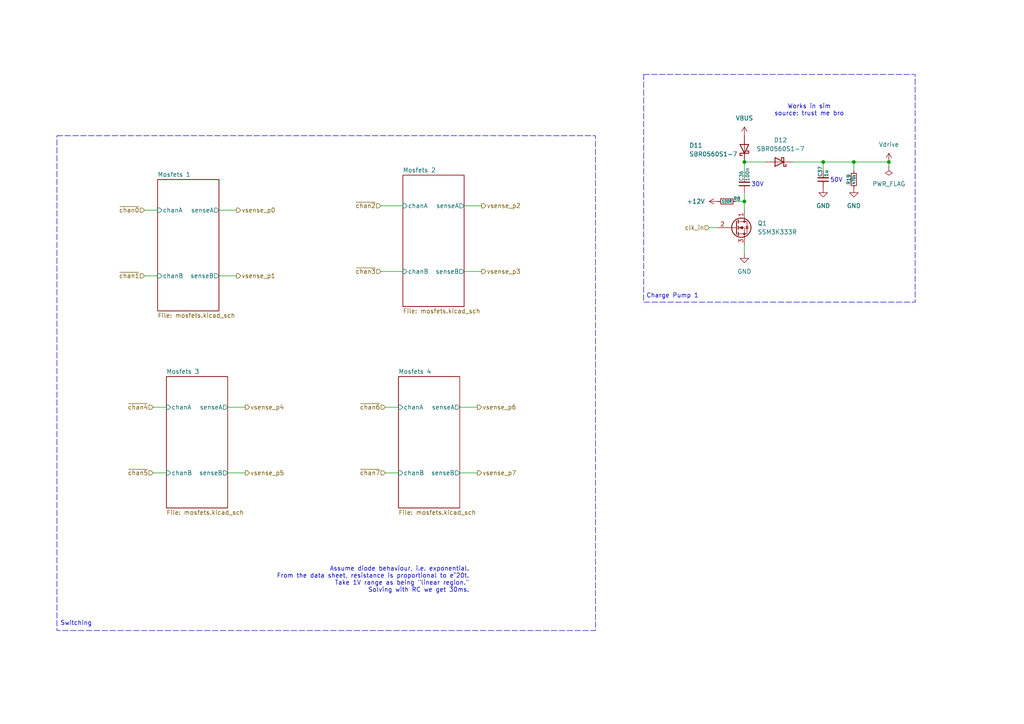
<source format=kicad_sch>
(kicad_sch (version 20250114) (generator "eeschema") (generator_version "9.0")
  (paper "A4")
  (lib_symbols
    (symbol "Bluesat:C_CompactV" (pin_numbers (hide yes)) (pin_names (offset 0.254) (hide yes))
      (property "Reference" "C" (at -0.889 0.762 90))
      (property "Value" "C_CompactV" (at 0.889 0.762 90))
      (symbol "C_CompactV_0_1"
        (polyline (pts (xy 1.524 0.508) (xy -1.524 0.508)) (stroke (width 0.3302)))
        (polyline (pts (xy 1.524 -0.508) (xy -1.524 -0.508)) (stroke (width 0.3048)))
      )
      (symbol "C_CompactV_1_1"
        (pin passive line (at 0 2.54 270) (length 2.032) (name "~") (number "2"))
        (pin passive line (at 0 -2.54 90) (length 2.032) (name "~") (number "1"))
      )
    )
    (symbol "Bluesat:R_CompactH" (pin_numbers (hide yes)) (pin_names (offset 0.254) (hide yes))
      (property "Reference" "R" (at 1.8415 0.1905 0))
      (property "Value" "R_CompactH" (at 0 0 0))
      (symbol "R_CompactH_0_1"
        (rectangle (start -1.778 -0.762) (end 1.778 0.762) (stroke (width 0.2032)))
      )
      (symbol "R_CompactH_1_1"
        (pin passive line (at -2.54 0 0) (length 0.762) (name "~") (number "1"))
        (pin passive line (at 2.54 0 180) (length 0.762) (name "~") (number "2"))
      )
    )
    (symbol "Bluesat:R_CompactV" (pin_numbers (hide yes)) (pin_names (offset 0.254) (hide yes))
      (property "Reference" "R" (at -0.889 0 90))
      (property "Value" "R_CompactV" (at 0 0 90))
      (symbol "R_CompactV_0_1"
        (rectangle (start -0.762 1.778) (end 0.762 -1.778) (stroke (width 0.2032)))
      )
      (symbol "R_CompactV_1_1"
        (pin passive line (at 0 2.54 270) (length 0.762) (name "~") (number "1"))
        (pin passive line (at 0 -2.54 90) (length 0.762) (name "~") (number "2"))
      )
    )
    (symbol "Device:D_Schottky" (pin_numbers (hide yes)) (pin_names (offset 1.016) (hide yes))
      (property "Reference" "D" (at 0 2.54 0))
      (property "Value" "D_Schottky" (at 0 -2.54 0))
      (symbol "D_Schottky_0_1"
        (polyline (pts (xy -1.905 0.635) (xy -1.905 1.27) (xy -1.27 1.27) (xy -1.27 -1.27) (xy -0.635 -1.27) (xy -0.635 -0.635)) (stroke (width 0.254)))
        (polyline (pts (xy 1.27 1.27) (xy 1.27 -1.27) (xy -1.27 0) (xy 1.27 1.27)) (stroke (width 0.254)))
        (polyline (pts (xy 1.27 0) (xy -1.27 0)))
      )
      (symbol "D_Schottky_1_1"
        (pin passive line (at -3.81 0 0) (length 2.54) (name "K") (number "1"))
        (pin passive line (at 3.81 0 180) (length 2.54) (name "A") (number "2"))
      )
    )
    (symbol "Transistor_FET:Q_NMOS_DGS" (pin_names (offset 0) (hide yes))
      (property "Reference" "Q" (at 5.08 1.905 0))
      (property "Value" "Q_NMOS_DGS" (at 5.08 0 0))
      (symbol "Q_NMOS_DGS_0_1"
        (polyline (pts (xy 0.254 1.905) (xy 0.254 -1.905)) (stroke (width 0.254)))
        (polyline (pts (xy 0.254 0) (xy -2.54 0)))
        (polyline (pts (xy 0.762 2.286) (xy 0.762 1.27)) (stroke (width 0.254)))
        (polyline (pts (xy 0.762 0.508) (xy 0.762 -0.508)) (stroke (width 0.254)))
        (polyline (pts (xy 0.762 -1.27) (xy 0.762 -2.286)) (stroke (width 0.254)))
        (polyline (pts (xy 0.762 -1.778) (xy 3.302 -1.778) (xy 3.302 1.778) (xy 0.762 1.778)))
        (polyline (pts (xy 1.016 0) (xy 2.032 0.381) (xy 2.032 -0.381) (xy 1.016 0)) (fill (type outline)))
        (circle (center 1.651 0) (radius 2.794) (stroke (width 0.254)))
        (polyline (pts (xy 2.54 2.54) (xy 2.54 1.778)))
        (circle (center 2.54 1.778) (radius 0.254) (fill (type outline)))
        (circle (center 2.54 -1.778) (radius 0.254) (fill (type outline)))
        (polyline (pts (xy 2.54 -2.54) (xy 2.54 0) (xy 0.762 0)))
        (polyline (pts (xy 2.921 0.381) (xy 3.683 0.381)))
        (polyline (pts (xy 3.302 0.381) (xy 2.921 -0.254) (xy 3.683 -0.254) (xy 3.302 0.381)))
      )
      (symbol "Q_NMOS_DGS_1_1"
        (pin input line (at -5.08 0 0) (length 2.54) (name "G") (number "2"))
        (pin passive line (at 2.54 5.08 270) (length 2.54) (name "D") (number "1"))
        (pin passive line (at 2.54 -5.08 90) (length 2.54) (name "S") (number "3"))
      )
    )
    (symbol "power:+12V" (power) (pin_numbers (hide yes)) (pin_names (offset 0) (hide yes))
      (property "Value" "+12V" (at 0 3.556 0))
      (symbol "+12V_0_1"
        (polyline (pts (xy -0.762 1.27) (xy 0 2.54)))
        (polyline (pts (xy 0 2.54) (xy 0.762 1.27)))
        (polyline (pts (xy 0 0) (xy 0 2.54)))
      )
      (symbol "+12V_1_1"
        (pin power_in line (at 0 0 90) (length 0) (name "~") (number "1"))
      )
    )
    (symbol "power:GND" (power) (pin_numbers (hide yes)) (pin_names (offset 0) (hide yes))
      (property "Value" "GND" (at 0 -3.81 0))
      (symbol "GND_0_1"
        (polyline (pts (xy 0 0) (xy 0 -1.27) (xy 1.27 -1.27) (xy 0 -2.54) (xy -1.27 -1.27) (xy 0 -1.27)))
      )
      (symbol "GND_1_1"
        (pin power_in line (at 0 0 270) (length 0) (name "~") (number "1"))
      )
    )
    (symbol "power:PWR_FLAG" (power) (pin_numbers (hide yes)) (pin_names (offset 0) (hide yes))
      (property "Value" "PWR_FLAG" (at 0 3.81 0))
      (symbol "PWR_FLAG_0_0"
        (pin power_out line (at 0 0 90) (length 0) (name "~") (number "1"))
      )
      (symbol "PWR_FLAG_0_1"
        (polyline (pts (xy 0 0) (xy 0 1.27) (xy -1.016 1.905) (xy 0 2.54) (xy 1.016 1.905) (xy 0 1.27)))
      )
    )
    (symbol "power:VBUS" (power) (pin_numbers (hide yes)) (pin_names (offset 0) (hide yes))
      (property "Value" "VBUS" (at 0 3.556 0))
      (symbol "VBUS_0_1"
        (polyline (pts (xy -0.762 1.27) (xy 0 2.54)))
        (polyline (pts (xy 0 2.54) (xy 0.762 1.27)))
        (polyline (pts (xy 0 0) (xy 0 2.54)))
      )
      (symbol "VBUS_1_1"
        (pin power_in line (at 0 0 90) (length 0) (name "~") (number "1"))
      )
    )
    (symbol "power:Vdrive" (power) (pin_numbers (hide yes)) (pin_names (offset 0) (hide yes))
      (property "Value" "Vdrive" (at 0 3.556 0))
      (symbol "Vdrive_0_1"
        (polyline (pts (xy -0.762 1.27) (xy 0 2.54)))
        (polyline (pts (xy 0 2.54) (xy 0.762 1.27)))
        (polyline (pts (xy 0 0) (xy 0 2.54)))
      )
      (symbol "Vdrive_1_1"
        (pin power_in line (at 0 0 90) (length 0) (name "~") (number "1"))
      )
    )
  )
  (rectangle (start 16.51 39.37) (end 172.72 182.88) (stroke (width 0) (type dash)))
  (rectangle (start 186.69 21.59) (end 265.43 87.63) (stroke (width 0) (type dash)))
  (text "Switching" (at 22.098 180.848 0) (effects (font (size 1.27 1.27))))
  (text "50V" (at 242.57 52.324 0) (effects (font (size 1.27 1.27))))
  (text "Charge Pump 1" (at 187.452 85.852 0) (effects (font (size 1.27 1.27)) (justify left)))
  (text "Assume diode behaviour, i.e. exponential.\nFrom the data sheet, resistance is proportional to e^20t.\nTake 1V range as being \"linear region.\"\nSolving with RC we get 30ms." (at 136.144 168.148 0) (effects (font (size 1.27 1.27)) (justify right)))
  (text "Works in sim\nsource: trust me bro" (at 234.696 32.004 0) (effects (font (size 1.27 1.27))))
  (text "30V" (at 219.71 53.594 0) (effects (font (size 1.27 1.27))))
  (junction (at 215.9 58.42))
  (junction (at 238.76 46.99))
  (junction (at 257.81 46.99))
  (junction (at 215.9 46.99))
  (junction (at 247.65 46.99))
  (wire (pts (xy 110.49 59.69) (xy 116.84 59.69)))
  (wire (pts (xy 68.58 80.01) (xy 63.5 80.01)))
  (wire (pts (xy 44.45 118.11) (xy 48.26 118.11)))
  (wire (pts (xy 257.81 46.99) (xy 257.81 48.26)))
  (wire (pts (xy 215.9 55.88) (xy 215.9 58.42)))
  (wire (pts (xy 215.9 71.12) (xy 215.9 73.66)))
  (wire (pts (xy 247.65 46.99) (xy 247.65 49.53)))
  (wire (pts (xy 205.74 66.04) (xy 208.28 66.04)))
  (wire (pts (xy 111.76 118.11) (xy 115.57 118.11)))
  (wire (pts (xy 71.12 137.16) (xy 66.04 137.16)))
  (wire (pts (xy 110.49 78.74) (xy 116.84 78.74)))
  (wire (pts (xy 238.76 46.99) (xy 247.65 46.99)))
  (wire (pts (xy 68.58 60.96) (xy 63.5 60.96)))
  (wire (pts (xy 247.65 46.99) (xy 257.81 46.99)))
  (wire (pts (xy 138.43 118.11) (xy 133.35 118.11)))
  (wire (pts (xy 229.87 46.99) (xy 238.76 46.99)))
  (wire (pts (xy 215.9 46.99) (xy 215.9 50.8)))
  (wire (pts (xy 215.9 58.42) (xy 215.9 60.96)))
  (wire (pts (xy 71.12 118.11) (xy 66.04 118.11)))
  (wire (pts (xy 213.36 58.42) (xy 215.9 58.42)))
  (wire (pts (xy 215.9 46.99) (xy 222.25 46.99)))
  (wire (pts (xy 44.45 137.16) (xy 48.26 137.16)))
  (wire (pts (xy 41.91 80.01) (xy 45.72 80.01)))
  (wire (pts (xy 41.91 60.96) (xy 45.72 60.96)))
  (wire (pts (xy 138.43 137.16) (xy 133.35 137.16)))
  (wire (pts (xy 238.76 46.99) (xy 238.76 49.53)))
  (wire (pts (xy 139.7 78.74) (xy 134.62 78.74)))
  (wire (pts (xy 139.7 59.69) (xy 134.62 59.69)))
  (wire (pts (xy 111.76 137.16) (xy 115.57 137.16)))
  (hierarchical_label "~{chan2}" (shape input) (at 110.49 59.69 180))
  (hierarchical_label "vsense_p5" (shape output) (at 71.12 137.16 0))
  (hierarchical_label "vsense_p3" (shape output) (at 139.7 78.74 0))
  (hierarchical_label "vsense_p1" (shape output) (at 68.58 80.01 0))
  (hierarchical_label "vsense_p7" (shape output) (at 138.43 137.16 0))
  (hierarchical_label "~{chan3}" (shape input) (at 110.49 78.74 180))
  (hierarchical_label "~{chan5}" (shape input) (at 44.45 137.16 180))
  (hierarchical_label "clk_in" (shape input) (at 205.74 66.04 180))
  (hierarchical_label "~{chan1}" (shape input) (at 41.91 80.01 180))
  (hierarchical_label "vsense_p2" (shape output) (at 139.7 59.69 0))
  (hierarchical_label "vsense_p0" (shape output) (at 68.58 60.96 0))
  (hierarchical_label "vsense_p6" (shape output) (at 138.43 118.11 0))
  (hierarchical_label "~{chan7}" (shape input) (at 111.76 137.16 180))
  (hierarchical_label "~{chan6}" (shape input) (at 111.76 118.11 180))
  (hierarchical_label "vsense_p4" (shape output) (at 71.12 118.11 0))
  (hierarchical_label "~{chan0}" (shape input) (at 41.91 60.96 180))
  (hierarchical_label "~{chan4}" (shape input) (at 44.45 118.11 180))
  (symbol (lib_id "Bluesat:R_CompactH") (at 210.82 58.42 0) (unit 1)
    (property "Reference" "R8" (at 212.6615 58.2295 0) (effects (font (size 1.016 1.016)) (justify left bottom)))
    (property "Value" "100R" (at 210.82 58.42 0) (effects (font (size 0.762 0.762))))
    (property "Footprint" "Resistor_SMD:R_0402_1005Metric" (effects (hide yes)))
    (property "Description" "Resistor, compact symbol" (effects (hide yes)))
  )
  (symbol (lib_id "power:VBUS") (at 215.9 39.37 0) (unit 1)
    (property "Reference" "#PWR023" (effects (hide yes)))
    (property "Value" "VBUS" (at 215.9 34.29 0))
    (property "Description" "Power symbol creates a global label with name \"VBUS\"" (effects (hide yes)))
  )
  (symbol (lib_id "power:Vdrive") (at 257.81 46.99 0) (unit 1)
    (property "Reference" "#PWR016" (effects (hide yes)))
    (property "Value" "Vdrive" (at 257.81 41.91 0))
    (property "Description" "Power symbol creates a global label with name \"Vdrive\"" (effects (hide yes)))
  )
  (symbol (lib_id "Bluesat:C_CompactV") (at 238.76 52.07 0) (unit 1)
    (property "Reference" "C37" (at 237.871 51.308 90) (effects (font (size 1.016 1.016)) (justify left)))
    (property "Value" "1u" (at 239.649 51.308 90) (effects (font (size 1.016 1.016)) (justify left)))
    (property "Footprint" "Capacitor_SMD:C_1206_3216Metric" (effects (hide yes)))
    (property "Description" "Unpolarized capacitor, compact symbol" (effects (hide yes)))
  )
  (symbol (lib_id "Transistor_FET:Q_NMOS_DGS") (at 213.36 66.04 0) (unit 1)
    (property "Reference" "Q1" (at 219.71 64.7699 0) (effects (justify left)))
    (property "Value" "SSM3K333R" (at 219.71 67.3099 0) (effects (justify left)))
    (property "Footprint" "Package_TO_SOT_SMD:SOT-23-3" (effects (hide yes)))
    (property "Description" "N-MOSFET transistor, drain/gate/source" (effects (hide yes)))
  )
  (symbol (lib_id "Bluesat:R_CompactV") (at 247.65 52.07 0) (unit 1)
    (property "Reference" "R19" (at 246.761 52.07 90) (effects (font (size 1.016 1.016)) (justify bottom)))
    (property "Value" "470k" (at 247.65 52.07 90) (effects (font (size 0.762 0.762))))
    (property "Footprint" "Resistor_SMD:R_0402_1005Metric" (effects (hide yes)))
    (property "Description" "Resistor, compact symbol" (effects (hide yes)))
  )
  (symbol (lib_id "power:GND") (at 238.76 54.61 0) (unit 1)
    (property "Reference" "#PWR062" (effects (hide yes)))
    (property "Value" "GND" (at 238.76 59.69 0))
    (property "Description" "Power symbol creates a global label with name \"GND\" , ground" (effects (hide yes)))
  )
  (symbol (lib_id "power:GND") (at 215.9 73.66 0) (unit 1)
    (property "Reference" "#PWR061" (effects (hide yes)))
    (property "Value" "GND" (at 215.9 78.74 0))
    (property "Description" "Power symbol creates a global label with name \"GND\" , ground" (effects (hide yes)))
  )
  (symbol (lib_id "Device:D_Schottky") (at 215.9 43.18 90) (unit 1)
    (property "Reference" "D11" (at 199.898 42.164 90) (effects (justify right)))
    (property "Value" "SBR0560S1-7" (at 199.898 44.704 90) (effects (justify right)))
    (property "Footprint" "Diode_SMD:D_SOD-123" (effects (hide yes)))
    (property "Description" "Schottky diode" (effects (hide yes)))
  )
  (symbol (lib_id "power:GND") (at 247.65 54.61 0) (unit 1)
    (property "Reference" "#PWR063" (effects (hide yes)))
    (property "Value" "GND" (at 247.65 59.69 0))
    (property "Description" "Power symbol creates a global label with name \"GND\" , ground" (effects (hide yes)))
  )
  (symbol (lib_id "power:PWR_FLAG") (at 257.81 48.26 180) (unit 1)
    (property "Reference" "#FLG03" (effects (hide yes)))
    (property "Value" "PWR_FLAG" (at 257.81 53.34 0))
    (property "Description" "Special symbol for telling ERC where power comes from" (effects (hide yes)))
  )
  (symbol (lib_id "Bluesat:C_CompactV") (at 215.9 53.34 0) (unit 1)
    (property "Reference" "C36" (at 215.011 52.578 90) (effects (font (size 1.016 1.016)) (justify left)))
    (property "Value" "100n" (at 216.789 52.578 90) (effects (font (size 1.016 1.016)) (justify left)))
    (property "Footprint" "Capacitor_SMD:C_0603_1608Metric" (effects (hide yes)))
    (property "Description" "Unpolarized capacitor, compact symbol" (effects (hide yes)))
  )
  (symbol (lib_id "Device:D_Schottky") (at 226.06 46.99 180) (unit 1)
    (property "Reference" "D12" (at 226.3775 40.64 0))
    (property "Value" "SBR0560S1-7" (at 226.3775 43.18 0))
    (property "Footprint" "Diode_SMD:D_SOD-123" (effects (hide yes)))
    (property "Description" "Schottky diode" (effects (hide yes)))
  )
  (symbol (lib_id "power:+12V") (at 208.28 58.42 90) (unit 1)
    (property "Reference" "#PWR022" (effects (hide yes)))
    (property "Value" "+12V" (at 204.47 58.4199 90) (effects (justify left)))
    (property "Description" "Power symbol creates a global label with name \"+12V\"" (effects (hide yes)))
  )
  (sheet (at 45.72 52.07) (size 17.78 38.1) (stroke (width 0.1524))
    (property "Sheetname" "Mosfets 1" (at 45.72 51.3584 0) (effects (justify left bottom)))
    (property "Sheetfile" "mosfets.kicad_sch" (at 45.72 90.7546 0) (effects (justify left top)))
    (pin "chanA" input (at 45.72 60.96 180))
    (pin "chanB" input (at 45.72 80.01 180))
    (pin "senseA" output (at 63.5 60.96 0))
    (pin "senseB" output (at 63.5 80.01 0))
  )
  (sheet (at 48.26 109.22) (size 17.78 38.1) (stroke (width 0.1524))
    (property "Sheetname" "Mosfets 3" (at 48.26 108.5084 0) (effects (justify left bottom)))
    (property "Sheetfile" "mosfets.kicad_sch" (at 48.26 147.9046 0) (effects (justify left top)))
    (pin "chanA" input (at 48.26 118.11 180))
    (pin "chanB" input (at 48.26 137.16 180))
    (pin "senseA" output (at 66.04 118.11 0))
    (pin "senseB" output (at 66.04 137.16 0))
  )
  (sheet (at 116.84 50.8) (size 17.78 38.1) (stroke (width 0.1524))
    (property "Sheetname" "Mosfets 2" (at 116.84 50.0884 0) (effects (justify left bottom)))
    (property "Sheetfile" "mosfets.kicad_sch" (at 116.84 89.4846 0) (effects (justify left top)))
    (pin "chanA" input (at 116.84 59.69 180))
    (pin "chanB" input (at 116.84 78.74 180))
    (pin "senseA" output (at 134.62 59.69 0))
    (pin "senseB" output (at 134.62 78.74 0))
  )
  (sheet (at 115.57 109.22) (size 17.78 38.1) (stroke (width 0.1524))
    (property "Sheetname" "Mosfets 4" (at 115.57 108.5084 0) (effects (justify left bottom)))
    (property "Sheetfile" "mosfets.kicad_sch" (at 115.57 147.9046 0) (effects (justify left top)))
    (pin "chanA" input (at 115.57 118.11 180))
    (pin "chanB" input (at 115.57 137.16 180))
    (pin "senseA" output (at 133.35 118.11 0))
    (pin "senseB" output (at 133.35 137.16 0))
  )
)
</source>
